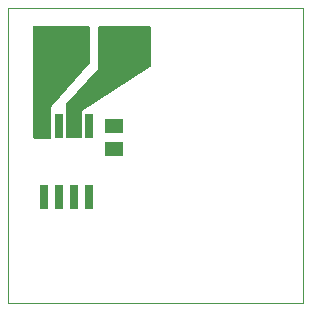
<source format=gbr>
%TF.GenerationSoftware,KiCad,Pcbnew,(7.0.0)*%
%TF.CreationDate,2023-08-29T19:28:47-03:00*%
%TF.ProjectId,Driver_TB67H451AFNG,44726976-6572-45f5-9442-363748343531,rev?*%
%TF.SameCoordinates,Original*%
%TF.FileFunction,Paste,Top*%
%TF.FilePolarity,Positive*%
%FSLAX46Y46*%
G04 Gerber Fmt 4.6, Leading zero omitted, Abs format (unit mm)*
G04 Created by KiCad (PCBNEW (7.0.0)) date 2023-08-29 19:28:47*
%MOMM*%
%LPD*%
G01*
G04 APERTURE LIST*
%ADD10R,0.711200X2.000000*%
%ADD11R,1.498600X1.300480*%
%TA.AperFunction,Profile*%
%ADD12C,0.100000*%
%TD*%
G04 APERTURE END LIST*
D10*
%TO.C,U1*%
X148344999Y-102329999D03*
X149614999Y-102329999D03*
X150884999Y-102329999D03*
X152154999Y-102329999D03*
X152154999Y-96329999D03*
X150884999Y-96329999D03*
X149614999Y-96329999D03*
X148344999Y-96329999D03*
%TD*%
D11*
%TO.C,C1*%
X154249999Y-96329999D03*
X154249999Y-98234999D03*
%TD*%
G36*
X157338000Y-87836613D02*
G01*
X157383387Y-87882000D01*
X157400000Y-87944000D01*
X157400000Y-91162581D01*
X157384939Y-91221812D01*
X157343415Y-91266654D01*
X151593026Y-94991561D01*
X151583466Y-95001885D01*
X151580000Y-95015519D01*
X151580000Y-97226000D01*
X151563387Y-97288000D01*
X151518000Y-97333387D01*
X151456000Y-97350000D01*
X150304000Y-97350000D01*
X150242000Y-97333387D01*
X150196613Y-97288000D01*
X150180000Y-97226000D01*
X150180000Y-94498342D01*
X150188469Y-94453301D01*
X150212720Y-94414414D01*
X152912176Y-91478508D01*
X152917976Y-91469208D01*
X152920000Y-91458446D01*
X152920000Y-87944000D01*
X152936613Y-87882000D01*
X152982000Y-87836613D01*
X153044000Y-87820000D01*
X157276000Y-87820000D01*
X157338000Y-87836613D01*
G37*
G36*
X152168000Y-87836613D02*
G01*
X152213387Y-87882000D01*
X152230000Y-87944000D01*
X152230000Y-90903192D01*
X152222010Y-90946984D01*
X152199068Y-90985133D01*
X148992599Y-94627047D01*
X148987215Y-94632785D01*
X148978637Y-94641362D01*
X148972243Y-94650932D01*
X148970000Y-94662211D01*
X148970000Y-97236000D01*
X148953387Y-97298000D01*
X148908000Y-97343387D01*
X148846000Y-97360000D01*
X147523610Y-97360000D01*
X147461723Y-97343452D01*
X147416353Y-97298225D01*
X147399611Y-97236390D01*
X147370391Y-87944390D01*
X147386873Y-87882225D01*
X147432277Y-87836678D01*
X147494390Y-87820000D01*
X152106000Y-87820000D01*
X152168000Y-87836613D01*
G37*
D12*
X145290000Y-86280000D02*
X170290000Y-86280000D01*
X170290000Y-86280000D02*
X170290000Y-111280000D01*
X170290000Y-111280000D02*
X145290000Y-111280000D01*
X145290000Y-111280000D02*
X145290000Y-86280000D01*
M02*

</source>
